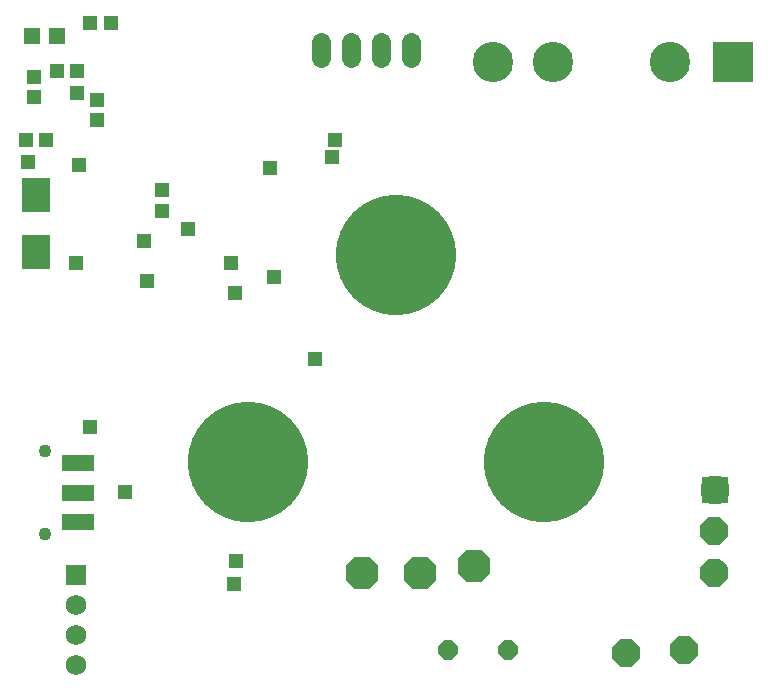
<source format=gbs>
G75*
%MOIN*%
%OFA0B0*%
%FSLAX25Y25*%
%IPPOS*%
%LPD*%
%AMOC8*
5,1,8,0,0,1.08239X$1,22.5*
%
%ADD10C,0.40170*%
%ADD11R,0.13461X0.13461*%
%ADD12C,0.13461*%
%ADD13R,0.08800X0.08800*%
%ADD14C,0.08800*%
%ADD15R,0.09300X0.11800*%
%ADD16R,0.05524X0.05524*%
%ADD17R,0.04737X0.05131*%
%ADD18R,0.05131X0.04737*%
%ADD19R,0.10643X0.05524*%
%ADD20C,0.04343*%
%ADD21R,0.06800X0.06800*%
%ADD22C,0.06800*%
%ADD23OC8,0.10850*%
%ADD24OC8,0.06400*%
%ADD25C,0.06400*%
%ADD26OC8,0.09300*%
%ADD27R,0.04762X0.04762*%
%ADD28R,0.04800X0.04800*%
D10*
X0087604Y0193846D03*
X0136816Y0262743D03*
X0186029Y0193846D03*
D11*
X0249081Y0327223D03*
D12*
X0228081Y0327223D03*
X0189081Y0327223D03*
X0169081Y0327223D03*
D13*
X0243105Y0184654D03*
D14*
X0243105Y0170874D03*
X0243105Y0157095D03*
D15*
X0016811Y0263773D03*
X0016811Y0282773D03*
D16*
X0015453Y0335978D03*
X0023720Y0335978D03*
D17*
X0016242Y0322346D03*
X0016242Y0315653D03*
X0037144Y0314497D03*
X0037144Y0307804D03*
X0058850Y0284372D03*
X0058850Y0277679D03*
D18*
X0030464Y0324352D03*
X0023771Y0324352D03*
X0035018Y0340039D03*
X0041711Y0340039D03*
X0020236Y0301303D03*
X0013543Y0301303D03*
D19*
X0030841Y0193540D03*
X0030841Y0183697D03*
X0030841Y0173855D03*
D20*
X0020014Y0169721D03*
X0020014Y0197674D03*
D21*
X0030161Y0156099D03*
D22*
X0030161Y0126099D03*
X0030161Y0136099D03*
X0030161Y0146099D03*
D23*
X0125448Y0156839D03*
X0144904Y0156906D03*
X0162851Y0159160D03*
D24*
X0154119Y0131226D03*
X0174069Y0131223D03*
X0213312Y0130689D03*
X0232295Y0130573D03*
D25*
X0141863Y0328400D02*
X0141863Y0334000D01*
X0131863Y0334000D02*
X0131863Y0328400D01*
X0121863Y0328400D02*
X0121863Y0334000D01*
X0111863Y0334000D02*
X0111863Y0328400D01*
D26*
X0125442Y0156876D03*
X0144896Y0156872D03*
X0162863Y0159200D03*
X0213410Y0130094D03*
X0232863Y0131200D03*
X0242843Y0156924D03*
X0242726Y0170903D03*
X0243115Y0184606D03*
D27*
X0116645Y0301232D03*
X0094900Y0291815D03*
X0067374Y0271652D03*
X0052688Y0267585D03*
X0030300Y0260125D03*
X0031026Y0292782D03*
X0096088Y0255500D03*
X0034845Y0205419D03*
X0082863Y0153200D03*
D28*
X0083637Y0160801D03*
X0046626Y0183749D03*
X0083023Y0250320D03*
X0081802Y0260087D03*
X0053790Y0254084D03*
X0014265Y0293896D03*
X0030467Y0316811D03*
X0109825Y0228080D03*
X0115372Y0295524D03*
M02*

</source>
